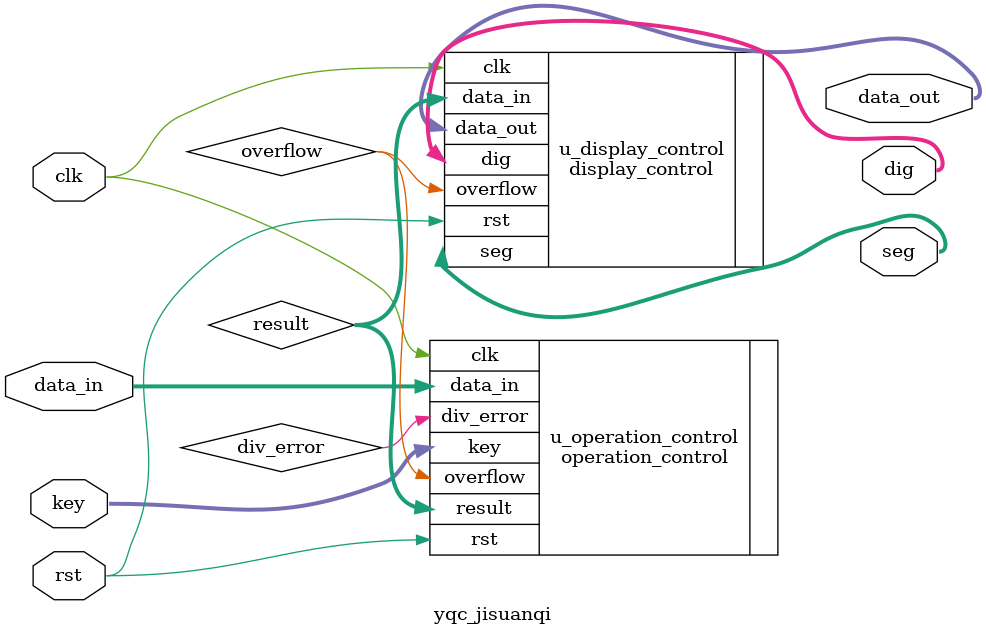
<source format=v>
module yqc_jisuanqi(
    input clk,              // 时钟信号
    input rst,              // 复位信号
    input [3:0] key,        // 按键输入，用于表示运算符和其他控制信号（如清零等）
    input [7:0] data_in,    // 输入的数据
    output wire [7:0] data_out,  // 输出的数据，用于显示结果等，修改为wire类型
    output wire [3:0] seg,   // 七段数码管段选信号，修改为wire类型
    output wire [3:0] dig    // 七段数码管位选信号，修改为wire类型
);

    wire [15:0] result;
    wire overflow;
    wire div_error;

    // 实例化运算控制模块
    operation_control u_operation_control(
     .clk(clk),
     .rst(rst),
     .key(key),
     .data_in(data_in),
     .result(result),
     .overflow(overflow),
     .div_error(div_error)
    );

    // 实例化显示控制模块，并将对应端口连接改为使用wire类型的信号
    display_control u_display_control(
     .clk(clk),
     .rst(rst),
     .data_in(result),
     .overflow(overflow),
     .data_out(data_out),
     .seg(seg),
     .dig(dig)
    );

endmodule
</source>
